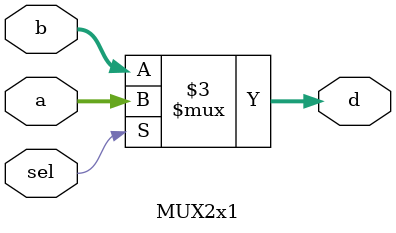
<source format=v>
`timescale 1ns/1ns

module MUX2x1(a,b,sel,d);

    parameter DATAWIDTH = 32;
    input [DATAWIDTH-1:0] a;
    input [DATAWIDTH-1:0] b;
    input sel;

    output reg [DATAWIDTH-1:0] d;

    always @(a,b,sel) begin
        if (sel) begin
            d <= a;
        end
        else begin
            d <= b;
        end
    end
endmodule

</source>
